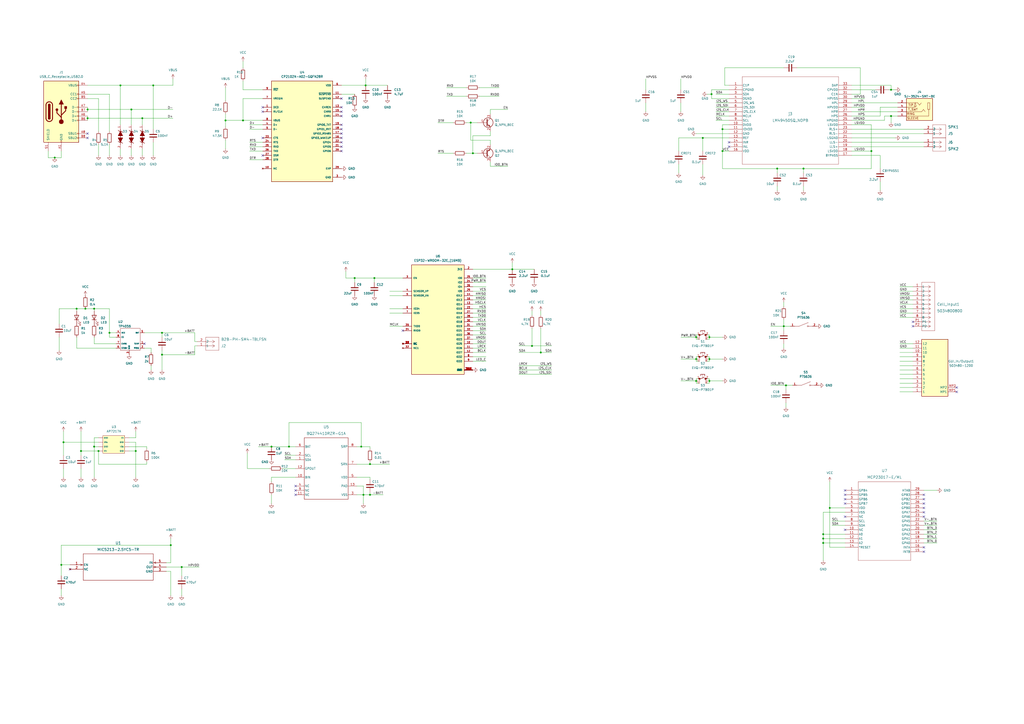
<source format=kicad_sch>
(kicad_sch (version 20211123) (generator eeschema)
  (paper "A2")
  (junction (at 412.75 54.61))
  (junction (at 454.66 189.23))
  (junction (at 93.98 193.04))
  (junction (at 403.86 195.58))
  (junction (at 308.61 200.66))
  (junction (at 140.97 69.85))
  (junction (at 50.8 63.5))
  (junction (at 76.2 63.5))
  (junction (at 105.41 328.93))
  (junction (at 167.64 259.08))
  (junction (at 313.69 204.47))
  (junction (at 505.46 87.63))
  (junction (at 157.48 259.08))
  (junction (at 403.86 220.98))
  (junction (at 99.06 316.23))
  (junction (at 403.86 208.28))
  (junction (at 35.56 327.66))
  (junction (at 477.52 309.88))
  (junction (at 210.82 287.02))
  (junction (at 411.48 220.98))
  (junction (at 57.15 261.62))
  (junction (at 82.55 68.58))
  (junction (at 274.32 88.9))
  (junction (at 214.63 269.24))
  (junction (at 297.18 156.21))
  (junction (at 466.09 97.79))
  (junction (at 481.33 294.64))
  (junction (at 69.85 49.53))
  (junction (at 477.52 314.96))
  (junction (at 78.74 261.62))
  (junction (at 217.17 161.29))
  (junction (at 411.48 195.58))
  (junction (at 50.8 68.58))
  (junction (at 411.48 208.28))
  (junction (at 46.99 261.62))
  (junction (at 63.5 193.04))
  (junction (at 516.89 52.07))
  (junction (at 212.09 49.53))
  (junction (at 214.63 287.02))
  (junction (at 205.74 161.29))
  (junction (at 419.1 87.63))
  (junction (at 31.75 91.44))
  (junction (at 130.81 69.85))
  (junction (at 49.53 179.07))
  (junction (at 93.98 205.74))
  (junction (at 209.55 259.08))
  (junction (at 407.67 80.01))
  (junction (at 273.05 71.12))
  (junction (at 36.83 256.54))
  (junction (at 44.45 179.07))
  (junction (at 54.61 259.08))
  (junction (at 477.52 312.42))
  (junction (at 54.61 179.07))
  (junction (at 516.89 67.31))
  (junction (at 455.93 223.52))
  (junction (at 88.9 49.53))
  (junction (at 450.85 97.79))
  (junction (at 419.1 74.93))
  (no_connect (at 198.12 57.15))
  (no_connect (at 490.22 299.72))
  (no_connect (at 529.59 189.23))
  (no_connect (at 529.59 186.69))
  (no_connect (at 198.12 64.77))
  (no_connect (at 198.12 80.01))
  (no_connect (at 152.4 62.23))
  (no_connect (at 198.12 82.55))
  (no_connect (at 422.91 85.09))
  (no_connect (at 422.91 82.55))
  (no_connect (at 554.99 224.79))
  (no_connect (at 554.99 227.33))
  (no_connect (at 152.4 80.01))
  (no_connect (at 198.12 67.31))
  (no_connect (at 152.4 64.77))
  (no_connect (at 198.12 72.39))
  (no_connect (at 50.8 77.47))
  (no_connect (at 50.8 80.01))
  (no_connect (at 198.12 62.23))
  (no_connect (at 40.64 330.2))
  (no_connect (at 198.12 85.09))
  (no_connect (at 233.68 191.77))
  (no_connect (at 83.82 199.39))
  (no_connect (at 171.45 287.02))
  (no_connect (at 171.45 284.48))
  (no_connect (at 171.45 281.94))
  (no_connect (at 198.12 87.63))
  (no_connect (at 198.12 74.93))
  (no_connect (at 198.12 77.47))
  (no_connect (at 152.4 90.17))
  (no_connect (at 535.94 317.5))
  (no_connect (at 535.94 320.04))
  (no_connect (at 535.94 297.18))
  (no_connect (at 535.94 294.64))
  (no_connect (at 535.94 299.72))
  (no_connect (at 535.94 292.1))
  (no_connect (at 535.94 289.56))
  (no_connect (at 490.22 307.34))
  (no_connect (at 535.94 287.02))
  (no_connect (at 490.22 292.1))
  (no_connect (at 490.22 287.02))
  (no_connect (at 490.22 289.56))
  (no_connect (at 490.22 284.48))
  (wire (pts (xy 69.85 49.53) (xy 69.85 72.39)))
  (wire (pts (xy 274.32 204.47) (xy 281.94 204.47)))
  (wire (pts (xy 130.81 50.8) (xy 130.81 58.42)))
  (wire (pts (xy 273.05 71.12) (xy 276.86 71.12)))
  (wire (pts (xy 217.17 161.29) (xy 233.68 161.29)))
  (wire (pts (xy 420.37 49.53) (xy 420.37 39.37)))
  (wire (pts (xy 419.1 220.98) (xy 411.48 220.98)))
  (wire (pts (xy 214.63 259.08) (xy 209.55 259.08)))
  (wire (pts (xy 394.97 208.28) (xy 403.86 208.28)))
  (wire (pts (xy 450.85 97.79) (xy 419.1 97.79)))
  (wire (pts (xy 403.86 220.98) (xy 403.86 222.25)))
  (wire (pts (xy 93.98 205.74) (xy 93.98 214.63)))
  (wire (pts (xy 87.63 201.93) (xy 87.63 204.47)))
  (wire (pts (xy 455.93 223.52) (xy 459.74 223.52)))
  (wire (pts (xy 422.91 59.69) (xy 415.29 59.69)))
  (wire (pts (xy 494.03 59.69) (xy 520.7 59.69)))
  (wire (pts (xy 36.83 250.19) (xy 36.83 256.54)))
  (wire (pts (xy 212.09 49.53) (xy 224.79 49.53)))
  (wire (pts (xy 521.97 168.91) (xy 529.59 168.91)))
  (wire (pts (xy 214.63 276.86) (xy 214.63 278.13)))
  (wire (pts (xy 411.48 209.55) (xy 410.21 209.55)))
  (wire (pts (xy 543.56 309.88) (xy 535.94 309.88)))
  (wire (pts (xy 410.21 219.71) (xy 411.48 219.71)))
  (wire (pts (xy 274.32 189.23) (xy 281.94 189.23)))
  (wire (pts (xy 157.48 279.4) (xy 157.48 276.86)))
  (wire (pts (xy 454.66 201.93) (xy 454.66 199.39)))
  (wire (pts (xy 477.52 312.42) (xy 477.52 314.96)))
  (wire (pts (xy 477.52 314.96) (xy 490.22 314.96)))
  (wire (pts (xy 521.97 171.45) (xy 529.59 171.45)))
  (wire (pts (xy 50.8 63.5) (xy 76.2 63.5)))
  (wire (pts (xy 88.9 49.53) (xy 88.9 74.93)))
  (wire (pts (xy 50.8 68.58) (xy 50.8 69.85)))
  (wire (pts (xy 233.68 171.45) (xy 226.06 171.45)))
  (wire (pts (xy 254 71.12) (xy 262.89 71.12)))
  (wire (pts (xy 543.56 304.8) (xy 535.94 304.8)))
  (wire (pts (xy 76.2 90.17) (xy 76.2 86.36)))
  (wire (pts (xy 130.81 81.28) (xy 130.81 86.36)))
  (wire (pts (xy 450.85 97.79) (xy 450.85 100.33)))
  (wire (pts (xy 78.74 261.62) (xy 78.74 276.86)))
  (wire (pts (xy 516.89 67.31) (xy 513.08 67.31)))
  (wire (pts (xy 50.8 63.5) (xy 50.8 64.77)))
  (wire (pts (xy 254 88.9) (xy 262.89 88.9)))
  (wire (pts (xy 210.82 281.94) (xy 207.01 281.94)))
  (wire (pts (xy 422.91 54.61) (xy 415.29 54.61)))
  (wire (pts (xy 233.68 168.91) (xy 226.06 168.91)))
  (wire (pts (xy 410.21 54.61) (xy 412.75 54.61)))
  (wire (pts (xy 543.56 312.42) (xy 535.94 312.42)))
  (wire (pts (xy 422.91 57.15) (xy 412.75 57.15)))
  (wire (pts (xy 521.97 179.07) (xy 529.59 179.07)))
  (wire (pts (xy 477.52 312.42) (xy 490.22 312.42)))
  (wire (pts (xy 281.94 201.93) (xy 274.32 201.93)))
  (wire (pts (xy 74.93 256.54) (xy 78.74 256.54)))
  (wire (pts (xy 274.32 156.21) (xy 297.18 156.21)))
  (wire (pts (xy 521.97 184.15) (xy 529.59 184.15)))
  (wire (pts (xy 210.82 292.1) (xy 210.82 287.02)))
  (wire (pts (xy 140.97 46.99) (xy 140.97 52.07)))
  (wire (pts (xy 78.74 256.54) (xy 78.74 261.62)))
  (wire (pts (xy 412.75 52.07) (xy 422.91 52.07)))
  (wire (pts (xy 36.83 256.54) (xy 36.83 264.16)))
  (wire (pts (xy 100.33 49.53) (xy 100.33 45.72)))
  (wire (pts (xy 54.61 254) (xy 54.61 259.08)))
  (wire (pts (xy 57.15 269.24) (xy 57.15 261.62)))
  (wire (pts (xy 54.61 195.58) (xy 54.61 199.39)))
  (wire (pts (xy 516.89 52.07) (xy 519.43 52.07)))
  (wire (pts (xy 205.74 161.29) (xy 200.66 161.29)))
  (wire (pts (xy 82.55 90.17) (xy 82.55 86.36)))
  (wire (pts (xy 157.48 276.86) (xy 171.45 276.86)))
  (wire (pts (xy 207.01 276.86) (xy 214.63 276.86)))
  (wire (pts (xy 477.52 297.18) (xy 490.22 297.18)))
  (wire (pts (xy 454.66 189.23) (xy 447.04 189.23)))
  (wire (pts (xy 83.82 201.93) (xy 87.63 201.93)))
  (wire (pts (xy 44.45 179.07) (xy 44.45 180.34)))
  (wire (pts (xy 454.66 185.42) (xy 454.66 189.23)))
  (wire (pts (xy 63.5 54.61) (xy 63.5 76.2)))
  (wire (pts (xy 466.09 107.95) (xy 466.09 110.49)))
  (wire (pts (xy 140.97 69.85) (xy 152.4 69.85)))
  (wire (pts (xy 140.97 52.07) (xy 152.4 52.07)))
  (wire (pts (xy 494.03 87.63) (xy 505.46 87.63)))
  (wire (pts (xy 130.81 66.04) (xy 130.81 69.85)))
  (wire (pts (xy 152.4 57.15) (xy 140.97 57.15)))
  (wire (pts (xy 105.41 328.93) (xy 105.41 334.01)))
  (wire (pts (xy 501.65 62.23) (xy 494.03 62.23)))
  (wire (pts (xy 419.1 208.28) (xy 411.48 208.28)))
  (wire (pts (xy 494.03 74.93) (xy 535.94 74.93)))
  (wire (pts (xy 419.1 97.79) (xy 419.1 87.63)))
  (wire (pts (xy 419.1 195.58) (xy 411.48 195.58)))
  (wire (pts (xy 403.86 219.71) (xy 403.86 220.98)))
  (wire (pts (xy 82.55 68.58) (xy 100.33 68.58)))
  (wire (pts (xy 422.91 64.77) (xy 415.29 64.77)))
  (wire (pts (xy 407.67 95.25) (xy 407.67 101.6)))
  (wire (pts (xy 171.45 271.78) (xy 163.83 271.78)))
  (wire (pts (xy 477.52 297.18) (xy 477.52 309.88)))
  (wire (pts (xy 50.8 54.61) (xy 63.5 54.61)))
  (wire (pts (xy 274.32 78.74) (xy 274.32 88.9)))
  (wire (pts (xy 313.69 204.47) (xy 320.04 204.47)))
  (wire (pts (xy 274.32 179.07) (xy 281.94 179.07)))
  (wire (pts (xy 394.97 45.72) (xy 394.97 52.07)))
  (wire (pts (xy 313.69 190.5) (xy 313.69 204.47)))
  (wire (pts (xy 274.32 168.91) (xy 281.94 168.91)))
  (wire (pts (xy 394.97 195.58) (xy 403.86 195.58)))
  (wire (pts (xy 281.94 209.55) (xy 274.32 209.55)))
  (wire (pts (xy 274.32 173.99) (xy 281.94 173.99)))
  (wire (pts (xy 422.91 49.53) (xy 420.37 49.53)))
  (wire (pts (xy 93.98 205.74) (xy 113.03 205.74)))
  (wire (pts (xy 455.93 223.52) (xy 447.04 223.52)))
  (wire (pts (xy 278.13 50.8) (xy 289.56 50.8)))
  (wire (pts (xy 113.03 200.66) (xy 114.3 200.66)))
  (wire (pts (xy 412.75 57.15) (xy 412.75 54.61)))
  (wire (pts (xy 297.18 156.21) (xy 309.88 156.21)))
  (wire (pts (xy 513.08 67.31) (xy 513.08 69.85)))
  (wire (pts (xy 50.8 49.53) (xy 69.85 49.53)))
  (wire (pts (xy 466.09 97.79) (xy 450.85 97.79)))
  (wire (pts (xy 96.52 326.39) (xy 99.06 326.39)))
  (wire (pts (xy 63.5 195.58) (xy 63.5 193.04)))
  (wire (pts (xy 521.97 166.37) (xy 529.59 166.37)))
  (wire (pts (xy 494.03 85.09) (xy 535.94 85.09)))
  (wire (pts (xy 113.03 205.74) (xy 113.03 200.66)))
  (wire (pts (xy 74.93 261.62) (xy 78.74 261.62)))
  (wire (pts (xy 515.62 52.07) (xy 516.89 52.07)))
  (wire (pts (xy 46.99 261.62) (xy 57.15 261.62)))
  (wire (pts (xy 466.09 97.79) (xy 466.09 100.33)))
  (wire (pts (xy 494.03 64.77) (xy 520.7 64.77)))
  (wire (pts (xy 259.08 55.88) (xy 270.51 55.88)))
  (wire (pts (xy 477.52 309.88) (xy 490.22 309.88)))
  (wire (pts (xy 273.05 81.28) (xy 273.05 71.12)))
  (wire (pts (xy 274.32 171.45) (xy 281.94 171.45)))
  (wire (pts (xy 481.33 317.5) (xy 490.22 317.5)))
  (wire (pts (xy 520.7 62.23) (xy 510.54 62.23)))
  (wire (pts (xy 516.89 49.53) (xy 516.89 52.07)))
  (wire (pts (xy 300.99 204.47) (xy 313.69 204.47)))
  (wire (pts (xy 313.69 180.34) (xy 313.69 182.88)))
  (wire (pts (xy 494.03 77.47) (xy 535.94 77.47)))
  (wire (pts (xy 140.97 39.37) (xy 140.97 35.56)))
  (wire (pts (xy 510.54 62.23) (xy 510.54 67.31)))
  (wire (pts (xy 57.15 57.15) (xy 57.15 76.2)))
  (wire (pts (xy 278.13 55.88) (xy 289.56 55.88)))
  (wire (pts (xy 535.94 284.48) (xy 543.56 284.48)))
  (wire (pts (xy 499.11 54.61) (xy 494.03 54.61)))
  (wire (pts (xy 455.93 236.22) (xy 455.93 233.68)))
  (wire (pts (xy 519.43 80.01) (xy 494.03 80.01)))
  (wire (pts (xy 481.33 317.5) (xy 481.33 294.64)))
  (wire (pts (xy 284.48 63.5) (xy 294.64 63.5)))
  (wire (pts (xy 210.82 287.02) (xy 214.63 287.02)))
  (wire (pts (xy 412.75 54.61) (xy 412.75 52.07)))
  (wire (pts (xy 200.66 161.29) (xy 200.66 157.48)))
  (wire (pts (xy 403.86 196.85) (xy 405.13 196.85)))
  (wire (pts (xy 284.48 81.28) (xy 273.05 81.28)))
  (wire (pts (xy 407.67 80.01) (xy 393.7 80.01)))
  (wire (pts (xy 46.99 250.19) (xy 46.99 261.62)))
  (wire (pts (xy 209.55 259.08) (xy 207.01 259.08)))
  (wire (pts (xy 411.48 196.85) (xy 410.21 196.85)))
  (wire (pts (xy 521.97 224.79) (xy 529.59 224.79)))
  (wire (pts (xy 405.13 207.01) (xy 403.86 207.01)))
  (wire (pts (xy 34.29 179.07) (xy 34.29 187.96)))
  (wire (pts (xy 454.66 175.26) (xy 454.66 177.8)))
  (wire (pts (xy 521.97 219.71) (xy 529.59 219.71)))
  (wire (pts (xy 49.53 179.07) (xy 44.45 179.07)))
  (wire (pts (xy 455.93 226.06) (xy 455.93 223.52)))
  (wire (pts (xy 405.13 194.31) (xy 403.86 194.31)))
  (wire (pts (xy 281.94 207.01) (xy 274.32 207.01)))
  (wire (pts (xy 50.8 57.15) (xy 57.15 57.15)))
  (wire (pts (xy 165.1 264.16) (xy 171.45 264.16)))
  (wire (pts (xy 217.17 161.29) (xy 205.74 161.29)))
  (wire (pts (xy 422.91 67.31) (xy 415.29 67.31)))
  (wire (pts (xy 149.86 259.08) (xy 157.48 259.08)))
  (wire (pts (xy 281.94 166.37) (xy 274.32 166.37)))
  (wire (pts (xy 505.46 97.79) (xy 466.09 97.79)))
  (wire (pts (xy 130.81 69.85) (xy 130.81 73.66)))
  (wire (pts (xy 411.48 194.31) (xy 411.48 195.58)))
  (wire (pts (xy 505.46 87.63) (xy 505.46 97.79)))
  (wire (pts (xy 284.48 78.74) (xy 274.32 78.74)))
  (wire (pts (xy 54.61 179.07) (xy 49.53 179.07)))
  (wire (pts (xy 113.03 198.12) (xy 114.3 198.12)))
  (wire (pts (xy 63.5 83.82) (xy 63.5 90.17)))
  (wire (pts (xy 54.61 179.07) (xy 63.5 179.07)))
  (wire (pts (xy 217.17 161.29) (xy 217.17 163.83)))
  (wire (pts (xy 419.1 74.93) (xy 422.91 74.93)))
  (wire (pts (xy 233.68 179.07) (xy 226.06 179.07)))
  (wire (pts (xy 410.21 207.01) (xy 411.48 207.01)))
  (wire (pts (xy 35.56 91.44) (xy 35.56 87.63)))
  (wire (pts (xy 93.98 193.04) (xy 93.98 195.58)))
  (wire (pts (xy 481.33 294.64) (xy 481.33 279.4)))
  (wire (pts (xy 167.64 259.08) (xy 167.64 245.11)))
  (wire (pts (xy 494.03 72.39) (xy 505.46 72.39)))
  (wire (pts (xy 205.74 161.29) (xy 205.74 163.83)))
  (wire (pts (xy 521.97 199.39) (xy 529.59 199.39)))
  (wire (pts (xy 63.5 193.04) (xy 63.5 179.07)))
  (wire (pts (xy 83.82 193.04) (xy 93.98 193.04)))
  (wire (pts (xy 411.48 195.58) (xy 411.48 196.85)))
  (wire (pts (xy 93.98 203.2) (xy 93.98 205.74)))
  (wire (pts (xy 88.9 90.17) (xy 88.9 82.55)))
  (wire (pts (xy 157.48 259.08) (xy 167.64 259.08)))
  (wire (pts (xy 481.33 294.64) (xy 490.22 294.64)))
  (wire (pts (xy 63.5 193.04) (xy 67.31 193.04)))
  (wire (pts (xy 85.09 267.97) (xy 85.09 269.24)))
  (wire (pts (xy 422.91 77.47) (xy 403.86 77.47)))
  (wire (pts (xy 207.01 287.02) (xy 210.82 287.02)))
  (wire (pts (xy 494.03 69.85) (xy 513.08 69.85)))
  (wire (pts (xy 394.97 220.98) (xy 403.86 220.98)))
  (wire (pts (xy 44.45 195.58) (xy 44.45 201.93)))
  (wire (pts (xy 76.2 63.5) (xy 76.2 72.39)))
  (wire (pts (xy 27.94 87.63) (xy 27.94 91.44)))
  (wire (pts (xy 405.13 219.71) (xy 403.86 219.71)))
  (wire (pts (xy 54.61 259.08) (xy 57.15 259.08)))
  (wire (pts (xy 82.55 68.58) (xy 82.55 72.39)))
  (wire (pts (xy 152.4 85.09) (xy 144.78 85.09)))
  (wire (pts (xy 152.4 74.93) (xy 144.78 74.93)))
  (wire (pts (xy 410.21 194.31) (xy 411.48 194.31)))
  (wire (pts (xy 393.7 95.25) (xy 393.7 100.33)))
  (wire (pts (xy 521.97 214.63) (xy 529.59 214.63)))
  (wire (pts (xy 281.94 194.31) (xy 274.32 194.31)))
  (wire (pts (xy 198.12 49.53) (xy 212.09 49.53)))
  (wire (pts (xy 205.74 54.61) (xy 198.12 54.61)))
  (wire (pts (xy 281.94 161.29) (xy 274.32 161.29)))
  (wire (pts (xy 521.97 212.09) (xy 529.59 212.09)))
  (wire (pts (xy 521.97 201.93) (xy 529.59 201.93)))
  (wire (pts (xy 57.15 83.82) (xy 57.15 90.17)))
  (wire (pts (xy 270.51 88.9) (xy 274.32 88.9)))
  (wire (pts (xy 543.56 307.34) (xy 535.94 307.34)))
  (wire (pts (xy 88.9 49.53) (xy 100.33 49.53)))
  (wire (pts (xy 394.97 59.69) (xy 394.97 64.77)))
  (wire (pts (xy 274.32 186.69) (xy 281.94 186.69)))
  (wire (pts (xy 281.94 199.39) (xy 274.32 199.39)))
  (wire (pts (xy 521.97 176.53) (xy 529.59 176.53)))
  (wire (pts (xy 105.41 328.93) (xy 115.57 328.93)))
  (wire (pts (xy 300.99 200.66) (xy 308.61 200.66)))
  (wire (pts (xy 85.09 259.08) (xy 74.93 259.08)))
  (wire (pts (xy 308.61 190.5) (xy 308.61 200.66)))
  (wire (pts (xy 274.32 196.85) (xy 281.94 196.85)))
  (wire (pts (xy 281.94 191.77) (xy 274.32 191.77)))
  (wire (pts (xy 516.89 71.12) (xy 516.89 67.31)))
  (wire (pts (xy 214.63 287.02) (xy 214.63 285.75)))
  (wire (pts (xy 374.65 45.72) (xy 374.65 52.07)))
  (wire (pts (xy 274.32 176.53) (xy 281.94 176.53)))
  (wire (pts (xy 422.91 69.85) (xy 415.29 69.85)))
  (wire (pts (xy 87.63 212.09) (xy 87.63 214.63)))
  (wire (pts (xy 411.48 207.01) (xy 411.48 208.28)))
  (wire (pts (xy 259.08 50.8) (xy 270.51 50.8)))
  (wire (pts (xy 35.56 327.66) (xy 40.64 327.66)))
  (wire (pts (xy 212.09 45.72) (xy 212.09 49.53)))
  (wire (pts (xy 74.93 254) (xy 78.74 254)))
  (wire (pts (xy 140.97 57.15) (xy 140.97 69.85)))
  (wire (pts (xy 214.63 269.24) (xy 207.01 269.24)))
  (wire (pts (xy 156.21 271.78) (xy 143.51 271.78)))
  (wire (pts (xy 209.55 245.11) (xy 209.55 259.08)))
  (wire (pts (xy 284.48 66.04) (xy 284.48 63.5)))
  (wire (pts (xy 105.41 341.63) (xy 105.41 345.44)))
  (wire (pts (xy 152.4 92.71) (xy 144.78 92.71)))
  (wire (pts (xy 520.7 67.31) (xy 516.89 67.31)))
  (wire (pts (xy 35.56 316.23) (xy 35.56 327.66)))
  (wire (pts (xy 297.18 152.4) (xy 297.18 156.21)))
  (wire (pts (xy 462.28 39.37) (xy 499.11 39.37)))
  (wire (pts (xy 477.52 314.96) (xy 477.52 325.12)))
  (wire (pts (xy 521.97 217.17) (xy 529.59 217.17)))
  (wire (pts (xy 454.66 189.23) (xy 458.47 189.23)))
  (wire (pts (xy 422.91 72.39) (xy 419.1 72.39)))
  (wire (pts (xy 27.94 91.44) (xy 31.75 91.44)))
  (wire (pts (xy 521.97 207.01) (xy 529.59 207.01)))
  (wire (pts (xy 50.8 67.31) (xy 50.8 68.58)))
  (wire (pts (xy 521.97 227.33) (xy 529.59 227.33)))
  (wire (pts (xy 35.56 327.66) (xy 35.56 334.01)))
  (wire (pts (xy 403.86 222.25) (xy 405.13 222.25)))
  (wire (pts (xy 99.06 331.47) (xy 99.06 345.44)))
  (wire (pts (xy 419.1 72.39) (xy 419.1 74.93)))
  (wire (pts (xy 494.03 67.31) (xy 510.54 67.31)))
  (wire (pts (xy 403.86 195.58) (xy 403.86 196.85)))
  (wire (pts (xy 274.32 184.15) (xy 281.94 184.15)))
  (wire (pts (xy 521.97 209.55) (xy 529.59 209.55)))
  (wire (pts (xy 54.61 179.07) (xy 54.61 180.34)))
  (wire (pts (xy 284.48 76.2) (xy 284.48 78.74)))
  (wire (pts (xy 284.48 83.82) (xy 284.48 81.28)))
  (wire (pts (xy 69.85 49.53) (xy 88.9 49.53)))
  (wire (pts (xy 403.86 207.01) (xy 403.86 208.28)))
  (wire (pts (xy 505.46 72.39) (xy 505.46 87.63)))
  (wire (pts (xy 57.15 254) (xy 54.61 254)))
  (wire (pts (xy 67.31 195.58) (xy 63.5 195.58)))
  (wire (pts (xy 499.11 39.37) (xy 499.11 54.61)))
  (wire (pts (xy 85.09 269.24) (xy 57.15 269.24)))
  (wire (pts (xy 308.61 180.34) (xy 308.61 182.88)))
  (wire (pts (xy 407.67 80.01) (xy 407.67 87.63)))
  (wire (pts (xy 46.99 276.86) (xy 46.99 271.78)))
  (wire (pts (xy 501.65 57.15) (xy 494.03 57.15)))
  (wire (pts (xy 308.61 200.66) (xy 320.04 200.66)))
  (wire (pts (xy 284.48 93.98) (xy 284.48 96.52)))
  (wire (pts (xy 422.91 62.23) (xy 415.29 62.23)))
  (wire (pts (xy 494.03 90.17) (xy 510.54 90.17)))
  (wire (pts (xy 300.99 217.17) (xy 320.04 217.17)))
  (wire (pts (xy 96.52 331.47) (xy 99.06 331.47)))
  (wire (pts (xy 35.56 341.63) (xy 35.56 345.44)))
  (wire (pts (xy 96.52 328.93) (xy 105.41 328.93)))
  (wire (pts (xy 510.54 90.17) (xy 510.54 97.79)))
  (wire (pts (xy 99.06 312.42) (xy 99.06 316.23)))
  (wire (pts (xy 494.03 49.53) (xy 516.89 49.53)))
  (wire (pts (xy 454.66 191.77) (xy 454.66 189.23)))
  (wire (pts (xy 165.1 266.7) (xy 171.45 266.7)))
  (wire (pts (xy 78.74 254) (xy 78.74 250.19)))
  (wire (pts (xy 152.4 87.63) (xy 144.78 87.63)))
  (wire (pts (xy 411.48 220.98) (xy 411.48 222.25)))
  (wire (pts (xy 54.61 259.08) (xy 54.61 276.86)))
  (wire (pts (xy 521.97 181.61) (xy 529.59 181.61)))
  (wire (pts (xy 494.03 82.55) (xy 535.94 82.55)))
  (wire (pts (xy 411.48 208.28) (xy 411.48 209.55)))
  (wire (pts (xy 422.91 80.01) (xy 407.67 80.01)))
  (wire (pts (xy 99.06 316.23) (xy 99.06 326.39)))
  (wire (pts (xy 274.32 88.9) (xy 276.86 88.9)))
  (wire (pts (xy 494.03 52.07) (xy 508 52.07)))
  (wire (pts (xy 167.64 245.11) (xy 209.55 245.11)))
  (wire (pts (xy 403.86 194.31) (xy 403.86 195.58)))
  (wire (pts (xy 477.52 309.88) (xy 477.52 312.42)))
  (wire (pts (xy 152.4 72.39) (xy 144.78 72.39)))
  (wire (pts (xy 50.8 62.23) (xy 50.8 63.5)))
  (wire (pts (xy 76.2 63.5) (xy 100.33 63.5)))
  (wire (pts (xy 419.1 87.63) (xy 422.91 87.63)))
  (wire (pts (xy 403.86 208.28) (xy 403.86 209.55)))
  (wire (pts (xy 490.22 304.8) (xy 482.6 304.8)))
  (wire (pts (xy 393.7 80.01) (xy 393.7 87.63)))
  (wire (pts (xy 214.63 259.08) (xy 214.63 260.35)))
  (wire (pts (xy 411.48 219.71) (xy 411.48 220.98)))
  (wire (pts (xy 300.99 214.63) (xy 320.04 214.63)))
  (wire (pts (xy 543.56 302.26) (xy 535.94 302.26)))
  (wire (pts (xy 543.56 314.96) (xy 535.94 314.96)))
  (wire (pts (xy 69.85 90.17) (xy 69.85 86.36)))
  (wire (pts (xy 419.1 74.93) (xy 419.1 87.63)))
  (wire (pts (xy 214.63 287.02) (xy 222.25 287.02)))
  (wire (pts (xy 510.54 105.41) (xy 510.54 110.49)))
  (wire (pts (xy 50.8 68.58) (xy 82.55 68.58)))
  (wire (pts (xy 46.99 264.16) (xy 46.99 261.62)))
  (wire (pts (xy 152.4 82.55) (xy 144.78 82.55)))
  (wire (pts (xy 274.32 181.61) (xy 281.94 181.61)))
  (wire (pts (xy 93.98 193.04) (xy 113.03 193.04)))
  (wire (pts (xy 35.56 316.23) (xy 99.06 316.23)))
  (wire (pts (xy 420.37 39.37) (xy 454.66 39.37)))
  (wire (pts (xy 214.63 267.97) (xy 214.63 269.24)))
  (wire (pts (xy 521.97 173.99) (xy 529.59 173.99)))
  (wire (pts (xy 210.82 281.94) (xy 210.82 287.02)))
  (wire (pts (xy 281.94 163.83) (xy 274.32 163.83)))
  (wire (pts (xy 54.61 199.39) (xy 67.31 199.39)))
  (wire (pts (xy 214.63 269.24) (xy 226.06 269.24)))
  (wire (pts (xy 143.51 271.78) (xy 143.51 262.89)))
  (wire (pts (xy 450.85 107.95) (xy 450.85 110.49)))
  (wire (pts (xy 521.97 204.47) (xy 529.59 204.47)))
  (wire (pts (xy 44.45 179.07) (xy 34.29 179.07)))
  (wire (pts (xy 85.09 260.35) (xy 85.09 259.08)))
  (wire (pts (xy 300.99 212.09) (xy 320.04 212.09)))
  (wire (pts (xy 36.83 256.54) (xy 57.15 256.54)))
  (wire (pts (xy 157.48 287.02) (xy 157.48 292.1)))
  (wire (pts (xy 171.45 259.08) (xy 167.64 259.08)))
  (wire (pts (xy 31.75 91.44) (xy 35.56 91.44)))
  (wire (pts (xy 374.65 59.69) (xy 374.65 64.77)))
  (wire (pts (xy 44.45 201.93) (xy 67.31 201.93)))
  (wire (pts (xy 411.48 222.25) (xy 410.21 222.25)))
  (wire (pts (xy 130.81 69.85) (xy 140.97 69.85)))
  (wire (pts (xy 490.22 302.26) (xy 482.6 302.26)))
  (wire (pts (xy 521.97 222.25) (xy 529.59 222.25)))
  (wire (pts (xy 270.51 71.12) (xy 273.05 71.12)))
  (wire (pts (xy 233.68 181.61) (xy 226.06 181.61)))
  (wire (pts (xy 284.48 96.52) (xy 294.64 96.52)))
  (wire (pts (xy 403.86 209.55) (xy 405.13 209.55)))
  (wire (pts (xy 34.29 195.58) (xy 34.29 203.2)))
  (wire (pts (xy 233.68 189.23) (xy 226.06 189.23)))
  (wire (pts (xy 36.83 276.86) (xy 36.83 271.78)))
  (wire (pts (xy 113.03 193.04) (xy 113.03 198.12)))
  (label "BCLK" (at 300.99 214.63 0))
  (label "TXD" (at 144.78 87.63 0))
  (label "LED_C" (at 281.94 209.55 180))
  (label "RTS" (at 254 88.9 0))
  (label "TXD" (at 259.08 55.88 0))
  (label "SDA" (at 320.04 204.47 180))
  (label "SDA" (at 415.29 54.61 0))
  (label "I2S_WS" (at 415.29 59.69 0))
  (label "HPVDD" (at 115.57 328.93 180))
  (label "VMOSI" (at 281.94 196.85 180))
  (label "IO0_BTN" (at 281.94 161.29 180))
  (label "HPVDD" (at 501.65 62.23 180))
  (label "TXD0" (at 289.56 50.8 180))
  (label "HPVSS" (at 501.65 57.15 180))
  (label "VCLK" (at 521.97 176.53 0))
  (label "HPVSS" (at 374.65 45.72 0))
  (label "HPVDD" (at 394.97 45.72 0))
  (label "DTR" (at 254 71.12 0))
  (label "V-_BTN" (at 543.56 302.26 180))
  (label "VCLK" (at 281.94 186.69 180))
  (label "SCL" (at 165.1 264.16 0))
  (label "PWR_BTN" (at 394.97 195.58 0))
  (label "I2S_SDI" (at 320.04 217.17 180))
  (label "BCLK" (at 281.94 204.47 180))
  (label "+BATT" (at 226.06 269.24 180))
  (label "D+" (at 100.33 68.58 180))
  (label "PWR_BTN" (at 281.94 163.83 180))
  (label "VCC" (at 521.97 166.37 0))
  (label "I2S_WS" (at 320.04 212.09 180))
  (label "SDA" (at 281.94 191.77 180))
  (label "HCS" (at 281.94 179.07 180))
  (label "VCS" (at 281.94 168.91 180))
  (label "VCC" (at 521.97 199.39 0))
  (label "MCLK" (at 226.06 189.23 0))
  (label "LSVDD" (at 501.65 72.39 180))
  (label "-BATT" (at 222.25 287.02 180))
  (label "+BATT" (at 113.03 193.04 180))
  (label "SDA" (at 300.99 204.47 0))
  (label "I2S_CLK" (at 320.04 214.63 180))
  (label "VMISO" (at 281.94 189.23 180))
  (label "EN" (at 447.04 189.23 0))
  (label "TXD0" (at 281.94 184.15 180))
  (label "HPL" (at 501.65 59.69 180))
  (label "-BATT" (at 113.03 205.74 180))
  (label "VMISO" (at 521.97 173.99 0))
  (label "EN" (at 294.64 63.5 180))
  (label "HMISO" (at 281.94 171.45 180))
  (label "V-_BTN" (at 394.97 220.98 0))
  (label "HMOSI" (at 281.94 173.99 180))
  (label "SCL" (at 482.6 302.26 0))
  (label "RXD0" (at 289.56 55.88 180))
  (label "BTN_1" (at 543.56 312.42 180))
  (label "SDA" (at 482.6 304.8 0))
  (label "HSCLK" (at 281.94 176.53 180))
  (label "I2S_SDI" (at 415.29 62.23 0))
  (label "IO0_BTN" (at 447.04 223.52 0))
  (label "SCL" (at 300.99 200.66 0))
  (label "VMOSI" (at 521.97 171.45 0))
  (label "RXD" (at 259.08 50.8 0))
  (label "HPR" (at 501.65 64.77 180))
  (label "+BATT" (at 149.86 259.08 0))
  (label "SDA" (at 165.1 266.7 0))
  (label "SCL" (at 415.29 69.85 0))
  (label "HPS" (at 501.65 67.31 180))
  (label "BTN_0" (at 543.56 314.96 180))
  (label "RXD" (at 144.78 85.09 0))
  (label "GND" (at 521.97 168.91 0))
  (label "GND" (at 521.97 181.61 0))
  (label "SCL" (at 320.04 200.66 180))
  (label "BTN_2" (at 543.56 309.88 180))
  (label "DTR" (at 144.78 92.71 0))
  (label "MCLK" (at 415.29 67.31 0))
  (label "D+" (at 144.78 72.39 0))
  (label "D-" (at 100.33 63.5 180))
  (label "SCL" (at 281.94 194.31 180))
  (label "VCC" (at 419.1 87.63 0))
  (label "I2S_CLK" (at 415.29 64.77 0))
  (label "D-" (at 144.78 74.93 0))
  (label "GND" (at 521.97 201.93 0))
  (label "V+_BTN" (at 394.97 208.28 0))
  (label "VCC" (at 521.97 184.15 0))
  (label "DOUT" (at 300.99 217.17 0))
  (label "DOUT" (at 281.94 199.39 180))
  (label "LRCK" (at 281.94 201.93 180))
  (label "LRCK" (at 300.99 212.09 0))
  (label "HPGND" (at 501.65 69.85 180))
  (label "IO0_BTN" (at 294.64 96.52 180))
  (label "LSVDD" (at 501.65 87.63 180))
  (label "VCS" (at 521.97 179.07 0))
  (label "BTN_3" (at 543.56 307.34 180))
  (label "RTS" (at 144.78 82.55 0))
  (label "RXD0" (at 281.94 181.61 180))
  (label "V+_BTN" (at 543.56 304.8 180))
  (symbol (lib_id "power:GND") (at 78.74 276.86 0) (unit 1)
    (property "Reference" "#PWR016" (effects hide))
    (property "Value" "GND" (at 78.74 281.94 0))
  )
  (symbol (lib_id "power:GND") (at 74.93 205.74 0) (unit 1)
    (property "Reference" "#PWR013" (effects hide))
    (property "Value" "GND" (at 74.93 210.82 0))
  )
  (symbol (lib_id "power:GND") (at 473.71 189.23 90) (unit 1)
    (property "Reference" "#PWR061" (effects hide))
    (property "Value" "GND" (at 477.52 189.2299 90) (effects (justify right)))
  )
  (symbol (lib_id "power:VCC") (at 140.97 35.56 0) (unit 1)
    (property "Reference" "#PWR027" (effects hide))
    (property "Value" "VCC" (at 140.97 30.48 0))
  )
  (symbol (lib_id "Device:R") (at 274.32 55.88 270) (unit 1)
    (property "Reference" "R18" (at 274.32 58.42 90))
    (property "Value" "10K" (at 274.32 60.96 90))
    (property "Footprint" "Resistor_SMD:R_0805_2012Metric" (effects hide))
  )
  (symbol (lib_id "Device:C") (at 217.17 167.64 180) (unit 1)
    (property "Reference" "C12" (at 218.44 165.1 0) (effects (justify right)))
    (property "Value" "100nF" (at 210.82 170.18 0) (effects (justify right)))
    (property "Footprint" "Capacitor_SMD:C_0805_2012Metric" (effects hide))
  )
  (symbol (lib_id "Device:C") (at 224.79 53.34 180) (unit 1)
    (property "Reference" "C13" (at 228.6 52.07 0) (effects (justify right)))
    (property "Value" "4.7uF" (at 228.6 54.61 0) (effects (justify right)))
    (property "Footprint" "Capacitor_SMD:C_0805_2012Metric" (effects hide))
  )
  (symbol (lib_id "power:VCC") (at 308.61 180.34 0) (unit 1)
    (property "Reference" "#PWR044" (effects hide))
    (property "Value" "VCC" (at 308.61 175.26 0))
  )
  (symbol (lib_id "Device:R") (at 160.02 271.78 270) (unit 1)
    (property "Reference" "R12" (at 165.1 270.51 90))
    (property "Value" "10K" (at 165.1 273.05 90))
    (property "Footprint" "Resistor_SMD:R_0805_2012Metric" (effects hide))
  )
  (symbol (lib_id "tp4056:TP4056") (at 62.23 190.5 0) (unit 1)
    (property "Reference" "U2" (at 69.85 186.69 0))
    (property "Value" "TP4056" (at 72.39 189.23 0))
    (property "Footprint" "Package_SO:SOP-8_3.9x4.9mm_P1.27mm" (effects hide))
  )
  (symbol (lib_id "power:GND") (at 69.85 90.17 0) (unit 1)
    (property "Reference" "#PWR012" (effects hide))
    (property "Value" "GND" (at 69.85 95.25 0))
  )
  (symbol (lib_id "power:GND") (at 76.2 90.17 0) (unit 1)
    (property "Reference" "#PWR014" (effects hide))
    (property "Value" "GND" (at 76.2 95.25 0))
  )
  (symbol (lib_id "Device:C") (at 407.67 91.44 180) (unit 1)
    (property "Reference" "CREF2" (at 408.94 88.9 0) (effects (justify right)))
    (property "Value" "0.1uF" (at 401.32 93.98 0) (effects (justify right)))
    (property "Footprint" "Capacitor_SMD:C_0805_2012Metric" (effects hide))
  )
  (symbol (lib_id "power:GND") (at 198.12 97.79 90) (unit 1)
    (property "Reference" "#PWR031" (effects hide))
    (property "Value" "GND" (at 201.93 97.7899 90) (effects (justify right)))
  )
  (symbol (lib_id "power:GND") (at 212.09 57.15 0) (unit 1)
    (property "Reference" "#PWR038" (effects hide))
    (property "Value" "GND" (at 212.09 62.23 0))
  )
  (symbol (lib_id "power:VCC") (at 212.09 45.72 0) (unit 1)
    (property "Reference" "#PWR037" (effects hide))
    (property "Value" "VCC" (at 212.09 40.64 0))
  )
  (symbol (lib_id "power:GND") (at 87.63 214.63 0) (unit 1)
    (property "Reference" "#PWR018" (effects hide))
    (property "Value" "GND" (at 87.63 219.71 0))
  )
  (symbol (lib_id "power:GND") (at 205.74 62.23 0) (unit 1)
    (property "Reference" "#PWR034" (effects hide))
    (property "Value" "GND" (at 205.74 67.31 0))
  )
  (symbol (lib_id "JST_B2B-PH-SM4-TB:B2B-PH-SM4-TBLFSN") (at 535.94 82.55 0) (unit 1)
    (property "Reference" "J6" (at 549.91 82.55 0) (effects (font (size 1.524 1.524)) (justify left)))
    (property "Value" "SPK2" (at 549.91 86.36 0) (effects (font (size 1.524 1.524)) (justify left)))
    (property "Footprint" "CONN_B2B-PH-SM4-TBLFSN_JST" (effects hide))
    (property "Datasheet" "B2B-PH-SM4-TBLFSN" (effects hide))
  )
  (symbol (lib_id "Device:C") (at 46.99 267.97 180) (unit 1)
    (property "Reference" "C4" (at 48.26 265.43 0) (effects (justify right)))
    (property "Value" "1uF" (at 49.53 267.97 0) (effects (justify right)))
    (property "Footprint" "Capacitor_SMD:C_0805_2012Metric" (effects hide))
  )
  (symbol (lib_id "power:GND") (at 519.43 52.07 90) (unit 1)
    (property "Reference" "#PWR067" (effects hide))
    (property "Value" "GND" (at 520.7 54.61 90))
  )
  (symbol (lib_id "power:GND") (at 474.98 223.52 90) (unit 1)
    (property "Reference" "#PWR062" (effects hide))
    (property "Value" "GND" (at 478.79 223.5199 90) (effects (justify right)))
  )
  (symbol (lib_id "AP7217A:AP7217A") (at 63.5 260.35 0) (unit 1)
    (property "Reference" "U3" (at 66.04 247.65 0))
    (property "Value" "AP7217A" (at 66.04 250.19 0))
    (property "Footprint" "AP7217A:SOIC127P600X175-8N" (effects hide))
  )
  (symbol (lib_id "power:GND") (at 410.21 54.61 270) (unit 1)
    (property "Reference" "#PWR052" (effects hide))
    (property "Value" "GND" (at 408.94 57.15 90))
  )
  (symbol (lib_id "power:GND") (at 88.9 90.17 0) (unit 1)
    (property "Reference" "#PWR019" (effects hide))
    (property "Value" "GND" (at 88.9 95.25 0))
  )
  (symbol (lib_id "Device:C") (at 309.88 160.02 180) (unit 1)
    (property "Reference" "C15" (at 313.69 157.48 0) (effects (justify right)))
    (property "Value" "0.1uF" (at 313.69 160.02 0) (effects (justify right)))
    (property "Footprint" "Capacitor_SMD:C_0805_2012Metric" (effects hide))
  )
  (symbol (lib_id "Device:LED") (at 54.61 184.15 90) (unit 1)
    (property "Reference" "D2" (at 58.42 184.4674 90) (effects (justify right)))
    (property "Value" "LED" (at 58.42 187.0074 90) (effects (justify right)))
    (property "Footprint" "LED_SMD:LED_0201_0603Metric_Pad0.64x0.40mm_HandSolder" (effects hide))
  )
  (symbol (lib_id "power:GND") (at 93.98 214.63 0) (unit 1)
    (property "Reference" "#PWR020" (effects hide))
    (property "Value" "GND" (at 93.98 219.71 0))
  )
  (symbol (lib_id "Device:R") (at 266.7 88.9 90) (unit 1)
    (property "Reference" "R16" (at 266.7 92.71 90))
    (property "Value" "10K" (at 266.7 95.25 90))
    (property "Footprint" "Resistor_SMD:R_0805_2012Metric" (effects hide))
  )
  (symbol (lib_id "power:VCC") (at 200.66 157.48 0) (unit 1)
    (property "Reference" "#PWR033" (effects hide))
    (property "Value" "VCC" (at 200.66 152.4 0))
  )
  (symbol (lib_id "Device:C") (at 511.81 52.07 270) (unit 1)
    (property "Reference" "CS4" (at 509.27 53.34 90) (effects (justify right)))
    (property "Value" "1uF" (at 509.27 55.88 90) (effects (justify right)))
    (property "Footprint" "Capacitor_SMD:C_0805_2012Metric" (effects hide))
  )
  (symbol (lib_id "EVQ-P7B01P:EVQ-P7B01P") (at 407.67 194.31 0) (unit 1)
    (property "Reference" "S1" (at 407.67 198.12 0))
    (property "Value" "EVQ-P7B01P" (at 407.67 200.66 0))
    (property "Footprint" "EVQ-P7B01P:EVQ-P7B01P" (effects hide))
    (property "DigiKey_Part_Number" "P16764TR-ND" (effects hide))
    (property "MF" "Panasonic Electronic Components" (effects hide))
    (property "Purchase-URL" "https://www.snapeda.com/api/url_track_click_mouser/?unipart_id=10869826&manufacturer=Panasonic Electronic Components&part_name=EVQ-P7B01P&search_term=None" (effects hide))
    (property "Package" "None" (effects hide))
    (property "SnapEDA_Link" "https://www.snapeda.com/parts/EVQ-P7B01P/Panasonic/view-part/?ref=snap" (effects hide))
    (property "MP" "EVQ-P7B01P" (effects hide))
    (property "Description" "\nTactile Switch SPST-NO Side Actuated Surface Mount, Right Angle\n" (effects hide))
    (property "Check_prices" "https://www.snapeda.com/parts/EVQ-P7B01P/Panasonic/view-part/?ref=eda" (effects hide))
  )
  (symbol (lib_id "Device:C") (at 205.74 167.64 180) (unit 1)
    (property "Reference" "C9" (at 207.01 165.1 0) (effects (justify right)))
    (property "Value" "22uF" (at 199.39 170.18 0) (effects (justify right)))
    (property "Footprint" "Capacitor_SMD:C_0805_2012Metric" (effects hide))
  )
  (symbol (lib_id "power:GND") (at 519.43 80.01 90) (unit 1)
    (property "Reference" "#PWR068" (effects hide))
    (property "Value" "GND" (at 523.24 80.0099 90) (effects (justify right)))
  )
  (symbol (lib_id "Device:C") (at 93.98 199.39 180) (unit 1)
    (property "Reference" "C6" (at 95.25 194.31 0) (effects (justify right)))
    (property "Value" "10uF" (at 95.25 196.85 0) (effects (justify right)))
    (property "Footprint" "Capacitor_SMD:C_0805_2012Metric" (effects hide))
  )
  (symbol (lib_id "BQ27441DRZR_G1A:BQ27441DRZR-G1A") (at 189.23 271.78 0) (unit 1)
    (property "Reference" "U5" (at 189.23 247.65 0) (effects (font (size 1.524 1.524))))
    (property "Value" "BQ27441DRZR-G1A" (at 189.23 251.46 0) (effects (font (size 1.524 1.524))))
    (property "Footprint" "Copy of DRZ0012A" (effects hide))
    (property "Datasheet" "BQ27441DRZR-G1A" (effects hide))
  )
  (symbol (lib_id "power:GND") (at 82.55 90.17 0) (unit 1)
    (property "Reference" "#PWR017" (effects hide))
    (property "Value" "GND" (at 82.55 95.25 0))
  )
  (symbol (lib_id "ul_5034800800:5034800800") (at 529.59 166.37 0) (unit 1)
    (property "Reference" "Cell_Input1" (at 543.56 176.53 0) (effects (font (size 1.524 1.524)) (justify left)))
    (property "Value" "5034800800" (at 543.56 180.34 0) (effects (font (size 1.524 1.524)) (justify left)))
    (property "Footprint" "ul_5034800800:ul_5034800800" (effects hide))
    (property "Datasheet" "5034800800" (effects hide))
  )
  (symbol (lib_id "power:GND") (at 510.54 110.49 0) (unit 1)
    (property "Reference" "#PWR065" (effects hide))
    (property "Value" "GND" (at 510.54 115.57 0))
  )
  (symbol (lib_id "power:VCC") (at 36.83 250.19 0) (unit 1)
    (property "Reference" "#PWR04" (effects hide))
    (property "Value" "VCC" (at 36.83 245.11 0))
  )
  (symbol (lib_id "Device:R") (at 54.61 191.77 0) (unit 1)
    (property "Reference" "R3" (at 57.15 190.4999 0) (effects (justify left)))
    (property "Value" "1k" (at 57.15 193.0399 0) (effects (justify left)))
    (property "Footprint" "Resistor_SMD:R_0805_2012Metric" (effects hide))
  )
  (symbol (lib_id "power:GND") (at 198.12 102.87 90) (unit 1)
    (property "Reference" "#PWR032" (effects hide))
    (property "Value" "GND" (at 201.93 102.8699 90) (effects (justify right)))
  )
  (symbol (lib_id "Device:C") (at 157.48 262.89 180) (unit 1)
    (property "Reference" "C8" (at 160.02 260.35 0) (effects (justify right)))
    (property "Value" "1uF" (at 160.02 262.89 0) (effects (justify right)))
    (property "Footprint" "Capacitor_SMD:C_0805_2012Metric" (effects hide))
  )
  (symbol (lib_id "power:GND") (at 210.82 292.1 0) (unit 1)
    (property "Reference" "#PWR036" (effects hide))
    (property "Value" "GND" (at 210.82 297.18 0))
  )
  (symbol (lib_id "PTS636_SM43J_SMTR_LFS:PTS636") (at 466.09 189.23 0) (unit 1)
    (property "Reference" "S4" (at 466.09 181.61 0))
    (property "Value" "PTS636" (at 466.09 184.15 0))
    (property "Footprint" "PTS636_SM43J_SMTR_LFS:SW_PTS636_SM43J_SMTR_LFS" (effects hide))
    (property "DigiKey_Part_Number" "CKN12317-2-ND" (effects hide))
    (property "MF" "C&K" (effects hide))
    (property "MAXIMUM_PACKAGE_HEIGHT" "4.3 mm" (effects hide))
    (property "Package" "None" (effects hide))
    (property "Check_prices" "https://www.snapeda.com/parts/PTS636%20SM43J%20SMTR%20LFS/C%2526K/view-part/?ref=eda" (effects hide))
    (property "STANDARD" "Manufacturer Recommendations" (effects hide))
    (property "PARTREV" "27 mar 19" (effects hide))
    (property "SnapEDA_Link" "https://www.snapeda.com/parts/PTS636%20SM43J%20SMTR%20LFS/C%2526K/view-part/?ref=snap" (effects hide))
    (property "MP" "PTS636 SM43J SMTR LFS" (effects hide))
    (property "Purchase-URL" "https://www.snapeda.com/api/url_track_click_mouser/?unipart_id=4478349&manufacturer=C&amp;K&part_name=PTS636 SM43J SMTR LFS&search_term=None" (effects hide))
    (property "Description" "\nTactile Switch SPST-NO Top Actuated Surface Mount\n" (effects hide))
    (property "MANUFACTURER" "C&K" (effects hide))
  )
  (symbol (lib_id "power:GND") (at 274.32 214.63 90) (unit 1)
    (property "Reference" "#PWR041" (effects hide))
    (property "Value" "GND" (at 278.13 214.6299 90) (effects (justify right)))
  )
  (symbol (lib_id "power:GND") (at 419.1 195.58 90) (unit 1)
    (property "Reference" "#PWR053" (effects hide))
    (property "Value" "GND" (at 422.91 195.5799 90) (effects (justify right)))
  )
  (symbol (lib_id "Device:C") (at 455.93 229.87 180) (unit 1)
    (property "Reference" "C18" (at 448.31 227.33 0) (effects (justify right)))
    (property "Value" "100nF" (at 447.04 229.87 0) (effects (justify right)))
    (property "Footprint" "Capacitor_SMD:C_0805_2012Metric" (effects hide))
  )
  (symbol (lib_id "Device:C") (at 458.47 39.37 270) (unit 1)
    (property "Reference" "C19" (at 461.01 33.02 90) (effects (justify right)))
    (property "Value" "2.2uF" (at 461.01 35.56 90) (effects (justify right)))
    (property "Footprint" "Capacitor_SMD:C_0805_2012Metric" (effects hide))
  )
  (symbol (lib_id "Device:R") (at 266.7 71.12 270) (unit 1)
    (property "Reference" "R15" (at 266.7 64.77 90))
    (property "Value" "10K" (at 266.7 67.31 90))
    (property "Footprint" "Resistor_SMD:R_0805_2012Metric" (effects hide))
  )
  (symbol (lib_id "power:GND") (at 297.18 163.83 0) (unit 1)
    (property "Reference" "#PWR043" (effects hide))
    (property "Value" "GND" (at 297.18 168.91 0))
  )
  (symbol (lib_id "PTS636_SM43J_SMTR_LFS:PTS636") (at 467.36 223.52 0) (unit 1)
    (property "Reference" "S5" (at 467.36 215.9 0))
    (property "Value" "PTS636" (at 467.36 218.44 0))
    (property "Footprint" "PTS636_SM43J_SMTR_LFS:SW_PTS636_SM43J_SMTR_LFS" (effects hide))
    (property "DigiKey_Part_Number" "CKN12317-2-ND" (effects hide))
    (property "MF" "C&K" (effects hide))
    (property "MAXIMUM_PACKAGE_HEIGHT" "4.3 mm" (effects hide))
    (property "Package" "None" (effects hide))
    (property "Check_prices" "https://www.snapeda.com/parts/PTS636%20SM43J%20SMTR%20LFS/C%2526K/view-part/?ref=eda" (effects hide))
    (property "STANDARD" "Manufacturer Recommendations" (effects hide))
    (property "PARTREV" "27 mar 19" (effects hide))
    (property "SnapEDA_Link" "https://www.snapeda.com/parts/PTS636%20SM43J%20SMTR%20LFS/C%2526K/view-part/?ref=snap" (effects hide))
    (property "MP" "PTS636 SM43J SMTR LFS" (effects hide))
    (property "Purchase-URL" "https://www.snapeda.com/api/url_track_click_mouser/?unipart_id=4478349&manufacturer=C&amp;K&part_name=PTS636 SM43J SMTR LFS&search_term=None" (effects hide))
    (property "Description" "\nTactile Switch SPST-NO Top Actuated Surface Mount\n" (effects hide))
    (property "MANUFACTURER" "C&K" (effects hide))
  )
  (symbol (lib_id "power:GND") (at 130.81 86.36 0) (unit 1)
    (property "Reference" "#PWR026" (effects hide))
    (property "Value" "GND" (at 130.81 91.44 0))
  )
  (symbol (lib_id "power:GND") (at 217.17 171.45 0) (unit 1)
    (property "Reference" "#PWR039" (effects hide))
    (property "Value" "GND" (at 217.17 176.53 0))
  )
  (symbol (lib_id "Device:C") (at 374.65 55.88 180) (unit 1)
    (property "Reference" "C16" (at 375.92 53.34 0) (effects (justify right)))
    (property "Value" "1uF" (at 368.3 58.42 0) (effects (justify right)))
    (property "Footprint" "Capacitor_SMD:C_0805_2012Metric" (effects hide))
  )
  (symbol (lib_id "Device:C") (at 36.83 267.97 180) (unit 1)
    (property "Reference" "C3" (at 38.1 265.43 0) (effects (justify right)))
    (property "Value" "10uF" (at 39.37 267.97 0) (effects (justify right)))
    (property "Footprint" "Capacitor_Tantalum_SMD:CP_EIA-2012-15_AVX-P" (effects hide))
  )
  (symbol (lib_id "JST_B2B-PH-SM4-TB:B2B-PH-SM4-TBLFSN") (at 114.3 200.66 0) (mirror x) (unit 1)
    (property "Reference" "J2" (at 128.27 200.66 0) (effects (font (size 1.524 1.524)) (justify left)))
    (property "Value" "B2B-PH-SM4-TBLFSN" (at 128.27 196.85 0) (effects (font (size 1.524 1.524)) (justify left)))
    (property "Footprint" "CONN_B2B-PH-SM4-TBLFSN_JST" (effects hide))
    (property "Datasheet" "B2B-PH-SM4-TBLFSN" (effects hide))
  )
  (symbol (lib_id "power:GND") (at 393.7 100.33 0) (unit 1)
    (property "Reference" "#PWR048" (effects hide))
    (property "Value" "GND" (at 393.7 105.41 0))
  )
  (symbol (lib_id "Device:R") (at 313.69 186.69 0) (unit 1)
    (property "Reference" "R20" (at 316.23 185.42 0) (effects (justify left)))
    (property "Value" "4.7K" (at 314.96 187.96 0) (effects (justify left)))
    (property "Footprint" "Resistor_SMD:R_0805_2012Metric" (effects hide))
  )
  (symbol (lib_id "Device:C") (at 394.97 55.88 180) (unit 1)
    (property "Reference" "CS1" (at 396.24 53.34 0) (effects (justify right)))
    (property "Value" "1uF" (at 388.62 58.42 0) (effects (justify right)))
    (property "Footprint" "Capacitor_SMD:C_0805_2012Metric" (effects hide))
  )
  (symbol (lib_id "Device:C") (at 88.9 78.74 180) (unit 1)
    (property "Reference" "C5" (at 90.17 76.2 0) (effects (justify right)))
    (property "Value" "100nF" (at 91.44 78.74 0) (effects (justify right)))
    (property "Footprint" "Capacitor_SMD:C_0805_2012Metric" (effects hide))
  )
  (symbol (lib_id "MCP23017_E_ML:MCP23017-E{slash}ML") (at 490.22 284.48 0) (unit 1)
    (property "Reference" "U7" (at 513.08 273.05 0) (effects (font (size 1.524 1.524))))
    (property "Value" "MCP23017-E/ML" (at 513.08 276.86 0) (effects (font (size 1.524 1.524))))
    (property "Footprint" "MCP23017_E_ML:QFN28_6x6MC_MCH" (effects hide))
    (property "Datasheet" "MCP23017-E/ML" (effects hide))
  )
  (symbol (lib_id "Device:C") (at 450.85 104.14 180) (unit 1)
    (property "Reference" "CS2" (at 452.12 101.6 0) (effects (justify right)))
    (property "Value" "10uF" (at 444.5 106.68 0) (effects (justify right)))
    (property "Footprint" "Capacitor_SMD:C_0805_2012Metric" (effects hide))
  )
  (symbol (lib_id "power:GND") (at 419.1 220.98 90) (unit 1)
    (property "Reference" "#PWR055" (effects hide))
    (property "Value" "GND" (at 422.91 220.9799 90) (effects (justify right)))
  )
  (symbol (lib_id "Device:R") (at 49.53 175.26 0) (unit 1)
    (property "Reference" "R2" (at 52.07 173.9899 0) (effects (justify left)))
    (property "Value" "0.4" (at 52.07 176.5299 0) (effects (justify left)))
    (property "Footprint" "Resistor_SMD:R_0805_2012Metric" (effects hide))
  )
  (symbol (lib_id "power:GND") (at 309.88 163.83 0) (unit 1)
    (property "Reference" "#PWR045" (effects hide))
    (property "Value" "GND" (at 309.88 168.91 0))
  )
  (symbol (lib_id "ESP32-WROOM-32E__16MB_:ESP32-WROOM-32E_(16MB)") (at 254 186.69 0) (unit 1)
    (property "Reference" "U6" (at 254 148.59 0))
    (property "Value" "ESP32-WROOM-32E_(16MB)" (at 254 151.13 0))
    (property "Footprint" "ESP32-WROOM-32E__16MB_:XCVR_ESP32-WROOM-32E_(16MB)" (effects hide))
    (property "SnapEDA_Link" "https://www.snapeda.com/parts/ESP32-WROOM-32E%20(16MB)/Espressif+Systems/view-part/?ref=snap" (effects hide))
    (property "MAXIMUM_PACKAGE_HEIGHT" "3.25mm" (effects hide))
    (property "Package" "SMD-44 Espressif Systems" (effects hide))
    (property "Check_prices" "https://www.snapeda.com/parts/ESP32-WROOM-32E%20(16MB)/Espressif+Systems/view-part/?ref=eda" (effects hide))
    (property "STANDARD" "Manufacturer Recommendations" (effects hide))
    (property "PARTREV" "1.4" (effects hide))
    (property "MF" "Espressif Systems" (effects hide))
    (property "MP" "ESP32-WROOM-32E (16MB)" (effects hide))
    (property "Description" "\nBluetooth, WiFi 802.11b/g/n, Bluetooth v4.2 +EDR, Class 1, 2 and 3 Transceiver Module 2.4GHz ~ 2.5GHz Integrated, Trace Surface Mount\n" (effects hide))
    (property "MANUFACTURER" "Espressif Systems" (effects hide))
  )
  (symbol (lib_id "power:VCC") (at 49.53 171.45 0) (unit 1)
    (property "Reference" "#PWR08" (effects hide))
    (property "Value" "VCC" (at 49.53 166.37 0))
  )
  (symbol (lib_id "LM49450SQ_NOPB:LM49450SQ_NOPB") (at 422.91 49.53 0) (unit 1)
    (property "Reference" "j3" (at 458.47 66.04 0) (effects (font (size 1.524 1.524))))
    (property "Value" "LM49450SQ_NOPB" (at 458.47 69.85 0) (effects (font (size 1.524 1.524))))
    (property "Footprint" "LM49450SQ_NOPB:SQA32A" (effects hide))
    (property "Datasheet" "LM49450SQ/NOPB" (effects hide))
  )
  (symbol (lib_id "power:VCC") (at 454.66 175.26 0) (unit 1)
    (property "Reference" "#PWR057" (effects hide))
    (property "Value" "VCC" (at 454.66 170.18 0))
  )
  (symbol (lib_id "power:+BATT") (at 99.06 312.42 0) (unit 1)
    (property "Reference" "#PWR021" (effects hide))
    (property "Value" "+BATT" (at 99.06 307.34 0))
  )
  (symbol (lib_id "power:GND") (at 477.52 325.12 0) (unit 1)
    (property "Reference" "#PWR063" (effects hide))
    (property "Value" "GND" (at 477.52 330.2 0))
  )
  (symbol (lib_id "power:GND") (at 35.56 345.44 0) (unit 1)
    (property "Reference" "#PWR03" (effects hide))
    (property "Value" "GND" (at 35.56 350.52 0))
  )
  (symbol (lib_id "power:VCC") (at 481.33 279.4 0) (unit 1)
    (property "Reference" "#PWR064" (effects hide))
    (property "Value" "VCC" (at 481.33 274.32 0))
  )
  (symbol (lib_id "Device:R") (at 44.45 191.77 0) (unit 1)
    (property "Reference" "R1" (at 46.99 190.4999 0) (effects (justify left)))
    (property "Value" "1k" (at 46.99 193.0399 0) (effects (justify left)))
    (property "Footprint" "Resistor_SMD:R_0805_2012Metric" (effects hide))
  )
  (symbol (lib_id "Device:R") (at 63.5 80.01 180) (unit 1)
    (property "Reference" "R5" (at 59.69 81.28 0) (effects (justify right)))
    (property "Value" "5.1K" (at 58.42 83.82 0) (effects (justify right)))
    (property "Footprint" "Resistor_SMD:R_0805_2012Metric" (effects hide))
  )
  (symbol (lib_id "Device:C") (at 35.56 337.82 180) (unit 1)
    (property "Reference" "C2" (at 36.83 335.28 0) (effects (justify right)))
    (property "Value" "470uF" (at 38.1 337.82 0) (effects (justify right)))
    (property "Footprint" "Capacitor_SMD:C_0805_2012Metric" (effects hide))
  )
  (symbol (lib_id "Connector:USB_C_Receptacle_USB2.0") (at 35.56 64.77 0) (unit 1)
    (property "Reference" "J1" (at 35.56 41.91 0))
    (property "Value" "USB_C_Receptacle_USB2.0" (at 35.56 44.45 0))
    (property "Footprint" "12402012E212A:12402012E212A_AMP" (effects hide))
    (property "Datasheet" "https://www.usb.org/sites/default/files/documents/usb_type-c.zip" (effects hide))
  )
  (symbol (lib_id "Device:R") (at 130.81 77.47 180) (unit 1)
    (property "Reference" "R9" (at 124.46 76.2 0) (effects (justify right)))
    (property "Value" "47.5K" (at 123.19 78.74 0) (effects (justify right)))
    (property "Footprint" "Resistor_SMD:R_0805_2012Metric" (effects hide))
  )
  (symbol (lib_id "power:GND") (at 157.48 266.7 0) (unit 1)
    (property "Reference" "#PWR029" (effects hide))
    (property "Value" "GND" (at 153.67 267.97 0))
  )
  (symbol (lib_id "power:GND") (at 516.89 71.12 0) (unit 1)
    (property "Reference" "#PWR066" (effects hide))
    (property "Value" "GND" (at 520.7 72.39 0))
  )
  (symbol (lib_id "power:GND") (at 407.67 101.6 0) (unit 1)
    (property "Reference" "#PWR051" (effects hide))
    (property "Value" "GND" (at 407.67 106.68 0))
  )
  (symbol (lib_id "503480-1200:503480-1200") (at 554.99 227.33 180) (unit 1)
    (property "Reference" "GUI_In/Output1" (at 557.53 209.55 0))
    (property "Value" "503480-1200" (at 557.53 212.09 0))
    (property "Footprint" "503480-1200:5034801200" (effects hide))
    (property "Reference_1" "J" (effects hide))
    (property "Value_1" "503480-1200" (effects hide))
    (property "Footprint_1" "5034801200" (effects hide))
    (property "Datasheet_1" "https://datasheet.datasheetarchive.com/originals/distributors/Datasheets_SAMA/65e35df525de5b425777c2b4324b65df.pdf" (effects hide))
    (property "Height" "1.3" (effects hide))
    (property "Mouser Part Number" "538-503480-1200" (effects hide))
    (property "Mouser Price/Stock" "https://www.mouser.co.uk/ProductDetail/Molex/503480-1200?qs=bodV9ulq6Gw8h%2FV8uzKDbQ%3D%3D" (effects hide))
    (property "Manufacturer_Name" "Molex" (effects hide))
    (property "Manufacturer_Part_Number" "503480-1200" (effects hide))
  )
  (symbol (lib_id "Device:C") (at 393.7 91.44 180) (unit 1)
    (property "Reference" "CREF1" (at 394.97 88.9 0) (effects (justify right)))
    (property "Value" "10uF" (at 387.35 93.98 0) (effects (justify right)))
    (property "Footprint" "Capacitor_SMD:C_0805_2012Metric" (effects hide))
  )
  (symbol (lib_id "Device:R") (at 454.66 181.61 0) (unit 1)
    (property "Reference" "R21" (at 449.58 180.34 0) (effects (justify left)))
    (property "Value" "10K" (at 448.31 182.88 0) (effects (justify left)))
    (property "Footprint" "Resistor_SMD:R_0805_2012Metric" (effects hide))
  )
  (symbol (lib_id "power:GND") (at 63.5 90.17 0) (unit 1)
    (property "Reference" "#PWR011" (effects hide))
    (property "Value" "GND" (at 63.5 95.25 0))
  )
  (symbol (lib_id "power:GND") (at 224.79 57.15 0) (unit 1)
    (property "Reference" "#PWR040" (effects hide))
    (property "Value" "GND" (at 224.79 62.23 0))
  )
  (symbol (lib_id "power:+BATT") (at 46.99 250.19 0) (unit 1)
    (property "Reference" "#PWR06" (effects hide))
    (property "Value" "+BATT" (at 46.99 245.11 0))
  )
  (symbol (lib_id "Device:LED") (at 44.45 184.15 90) (unit 1)
    (property "Reference" "D1" (at 48.26 184.4674 90) (effects (justify right)))
    (property "Value" "LED" (at 48.26 187.0074 90) (effects (justify right)))
    (property "Footprint" "LED_SMD:LED_0201_0603Metric_Pad0.64x0.40mm_HandSolder" (effects hide))
  )
  (symbol (lib_id "EVQ-P7B01P:EVQ-P7B01P") (at 407.67 219.71 0) (unit 1)
    (property "Reference" "S3" (at 407.67 223.52 0))
    (property "Value" "EVQ-P7B01P" (at 407.67 226.06 0))
    (property "Footprint" "EVQ-P7B01P:EVQ-P7B01P" (effects hide))
    (property "DigiKey_Part_Number" "P16764TR-ND" (effects hide))
    (property "MF" "Panasonic Electronic Components" (effects hide))
    (property "Purchase-URL" "https://www.snapeda.com/api/url_track_click_mouser/?unipart_id=10869826&manufacturer=Panasonic Electronic Components&part_name=EVQ-P7B01P&search_term=None" (effects hide))
    (property "Package" "None" (effects hide))
    (property "SnapEDA_Link" "https://www.snapeda.com/parts/EVQ-P7B01P/Panasonic/view-part/?ref=snap" (effects hide))
    (property "MP" "EVQ-P7B01P" (effects hide))
    (property "Description" "\nTactile Switch SPST-NO Side Actuated Surface Mount, Right Angle\n" (effects hide))
    (property "Check_prices" "https://www.snapeda.com/parts/EVQ-P7B01P/Panasonic/view-part/?ref=eda" (effects hide))
  )
  (symbol (lib_id "power:GND") (at 454.66 201.93 0) (unit 1)
    (property "Reference" "#PWR058" (effects hide))
    (property "Value" "GND" (at 454.66 207.01 0))
  )
  (symbol (lib_id "Device:Q_NPN_BEC") (at 281.94 88.9 0) (mirror x) (unit 1)
    (property "Reference" "Q2" (at 287.02 90.1701 0) (effects (justify left)))
    (property "Value" "Q_NPN_BEC" (at 287.02 87.6301 0) (effects (justify left)))
  )
  (symbol (lib_id "power:GND") (at 31.75 91.44 0) (unit 1)
    (property "Reference" "#PWR01" (effects hide))
    (property "Value" "GND" (at 31.75 96.52 0))
  )
  (symbol (lib_id "CP2102N-A02-GQFN28R:CP2102N-A02-GQFN28R") (at 175.26 74.93 0) (unit 1)
    (property "Reference" "U4" (at 175.26 41.91 0))
    (property "Value" "CP2102N-A02-GQFN28R" (at 175.26 44.45 0))
    (property "Footprint" "CP2102N-A02-GQFN28R:IC_CP2102N-A02-GQFN28R" (effects hide))
    (property "DigiKey_Part_Number" "336-5890-2-ND" (effects hide))
    (property "MF" "Silicon Labs" (effects hide))
    (property "MAXIMUM_PACKAGE_HEIGHT" "0.8 mm" (effects hide))
    (property "Package" "None" (effects hide))
    (property "Check_prices" "https://www.snapeda.com/parts/CP2102N-A02-GQFN28R/Silicon+Labs/view-part/?ref=eda" (effects hide))
    (property "STANDARD" "Manufacturer Recommendations" (effects hide))
    (property "PARTREV" "1.5" (effects hide))
    (property "SnapEDA_Link" "https://www.snapeda.com/parts/CP2102N-A02-GQFN28R/Silicon+Labs/view-part/?ref=snap" (effects hide))
    (property "MP" "CP2102N-A02-GQFN28R" (effects hide))
    (property "Purchase-URL" "https://www.snapeda.com/api/url_track_click_mouser/?unipart_id=3595518&manufacturer=Silicon Labs&part_name=CP2102N-A02-GQFN28R&search_term=None" (effects hide))
    (property "Description" "\nUSB Bridge, USB to UART USB 2.0 UART Interface 28-QFN (5x5)\n" (effects hide))
    (property "MANUFACTURER" "Silicon Labs" (effects hide))
    (property "SNAPEDA_PN" "CP2102N-A02-GQFN28R" (effects hide))
  )
  (symbol (lib_id "power:GND") (at 34.29 203.2 0) (unit 1)
    (property "Reference" "#PWR02" (effects hide))
    (property "Value" "GND" (at 34.29 208.28 0))
  )
  (symbol (lib_id "Device:C") (at 105.41 337.82 180) (unit 1)
    (property "Reference" "C7" (at 106.68 335.28 0) (effects (justify right)))
    (property "Value" "470uF" (at 107.95 337.82 0) (effects (justify right)))
    (property "Footprint" "Capacitor_SMD:C_0805_2012Metric" (effects hide))
  )
  (symbol (lib_id "power:VBUS") (at 130.81 50.8 0) (unit 1)
    (property "Reference" "#PWR025" (effects hide))
    (property "Value" "VBUS" (at 130.81 45.72 0))
  )
  (symbol (lib_id "JST_B2B-PH-SM4-TB:B2B-PH-SM4-TBLFSN") (at 535.94 77.47 0) (mirror x) (unit 1)
    (property "Reference" "J5" (at 549.91 77.47 0) (effects (font (size 1.524 1.524)) (justify left)))
    (property "Value" "SPK1" (at 549.91 73.66 0) (effects (font (size 1.524 1.524)) (justify left)))
    (property "Footprint" "CONN_B2B-PH-SM4-TBLFSN_JST" (effects hide))
    (property "Datasheet" "B2B-PH-SM4-TBLFSN" (effects hide))
  )
  (symbol (lib_id "power:VCC") (at 297.18 152.4 0) (unit 1)
    (property "Reference" "#PWR042" (effects hide))
    (property "Value" "VCC" (at 297.18 147.32 0))
  )
  (symbol (lib_id "CDSOD323-T05LC:CDSOD323-T05LC") (at 82.55 80.01 0) (unit 1)
    (property "Reference" "D5" (at 83.82 76.2 0) (effects (justify left)))
    (property "Value" "CDSOD323-T05LC" (effects hide))
    (property "Footprint" "CDSOD323-T05LC:SOD2513X114N" (effects hide))
    (property "DigiKey_Part_Number" "CDSOD323-T05LCTR-ND" (effects hide))
    (property "MF" "Bourns" (effects hide))
    (property "MAXIMUM_PACKAGE_HEIGHT" "1.14mm" (effects hide))
    (property "Package" "SOD-323 Bourns" (effects hide))
    (property "Check_prices" "https://www.snapeda.com/parts/CDSOD323-T05LC/Bourns/view-part/?ref=eda" (effects hide))
    (property "STANDARD" "IPC-7351B" (effects hide))
    (property "PARTREV" "12/19" (effects hide))
    (property "SnapEDA_Link" "https://www.snapeda.com/parts/CDSOD323-T05LC/Bourns/view-part/?ref=snap" (effects hide))
    (property "MP" "CDSOD323-T05LC" (effects hide))
    (property "Purchase-URL" "https://www.snapeda.com/api/url_track_click_mouser/?unipart_id=507001&manufacturer=Bourns&part_name=CDSOD323-T05LC&search_term=None" (effects hide))
    (property "Description" "\nA 05V, 350W, bi-directional, low capacitance, SOD323 pkg TVS Diode | Bourns CDSOD323-T05LC\n" (effects hide))
    (property "MANUFACTURER" "Bourns" (effects hide))
  )
  (symbol (lib_id "power:GND") (at 36.83 276.86 0) (unit 1)
    (property "Reference" "#PWR05" (effects hide))
    (property "Value" "GND" (at 36.83 281.94 0))
  )
  (symbol (lib_id "Device:C") (at 297.18 160.02 180) (unit 1)
    (property "Reference" "C14" (at 300.99 157.48 0) (effects (justify right)))
    (property "Value" "2.2uF" (at 300.99 160.02 0) (effects (justify right)))
    (property "Footprint" "Capacitor_SMD:C_0805_2012Metric" (effects hide))
  )
  (symbol (lib_id "Device:C") (at 510.54 101.6 180) (unit 1)
    (property "Reference" "CBYPASS1" (at 511.81 99.06 0) (effects (justify right)))
    (property "Value" "2.2uF" (at 504.19 104.14 0) (effects (justify right)))
    (property "Footprint" "Capacitor_SMD:C_0805_2012Metric" (effects hide))
  )
  (symbol (lib_id "power:GND") (at 394.97 64.77 0) (unit 1)
    (property "Reference" "#PWR049" (effects hide))
    (property "Value" "GND" (at 394.97 69.85 0))
  )
  (symbol (lib_id "power:GND") (at 46.99 276.86 0) (unit 1)
    (property "Reference" "#PWR07" (effects hide))
    (property "Value" "GND" (at 46.99 281.94 0))
  )
  (symbol (lib_id "2023-09-23_06-36-06:MIC5213-2.5YC5-TR") (at 40.64 326.39 0) (unit 1)
    (property "Reference" "U1" (at 68.58 314.96 0) (effects (font (size 1.524 1.524))))
    (property "Value" "MIC5213-2.5YC5-TR" (at 68.58 318.77 0) (effects (font (size 1.524 1.524))))
    (property "Footprint" "SC-70_C5_MCH" (effects hide))
    (property "Datasheet" "MIC5213-2.5YC5-TR" (effects hide))
  )
  (symbol (lib_id "power:VCC") (at 313.69 180.34 0) (unit 1)
    (property "Reference" "#PWR046" (effects hide))
    (property "Value" "VCC" (at 313.69 175.26 0))
  )
  (symbol (lib_id "Device:R") (at 85.09 264.16 0) (unit 1)
    (property "Reference" "R6" (at 87.63 262.8899 0) (effects (justify left)))
    (property "Value" "100K" (at 87.63 265.4299 0) (effects (justify left)))
    (property "Footprint" "Resistor_SMD:R_0805_2012Metric" (effects hide))
  )
  (symbol (lib_id "power:GND") (at 419.1 208.28 90) (unit 1)
    (property "Reference" "#PWR054" (effects hide))
    (property "Value" "GND" (at 422.91 208.2799 90) (effects (justify right)))
  )
  (symbol (lib_id "CDSOD323-T05LC:CDSOD323-T05LC") (at 76.2 80.01 0) (unit 1)
    (property "Reference" "D4" (at 77.47 76.2 0) (effects (justify left)))
    (property "Value" "CDSOD323-T05LC" (effects hide))
    (property "Footprint" "CDSOD323-T05LC:SOD2513X114N" (effects hide))
    (property "DigiKey_Part_Number" "CDSOD323-T05LCTR-ND" (effects hide))
    (property "MF" "Bourns" (effects hide))
    (property "MAXIMUM_PACKAGE_HEIGHT" "1.14mm" (effects hide))
    (property "Package" "SOD-323 Bourns" (effects hide))
    (property "Check_prices" "https://www.snapeda.com/parts/CDSOD323-T05LC/Bourns/view-part/?ref=eda" (effects hide))
    (property "STANDARD" "IPC-7351B" (effects hide))
    (property "PARTREV" "12/19" (effects hide))
    (property "SnapEDA_Link" "https://www.snapeda.com/parts/CDSOD323-T05LC/Bourns/view-part/?ref=snap" (effects hide))
    (property "MP" "CDSOD323-T05LC" (effects hide))
    (property "Purchase-URL" "https://www.snapeda.com/api/url_track_click_mouser/?unipart_id=507001&manufacturer=Bourns&part_name=CDSOD323-T05LC&search_term=None" (effects hide))
    (property "Description" "\nA 05V, 350W, bi-directional, low capacitance, SOD323 pkg TVS Diode | Bourns CDSOD323-T05LC\n" (effects hide))
    (property "MANUFACTURER" "Bourns" (effects hide))
  )
  (symbol (lib_id "power:GND") (at 57.15 90.17 0) (unit 1)
    (property "Reference" "#PWR010" (effects hide))
    (property "Value" "GND" (at 57.15 95.25 0))
  )
  (symbol (lib_id "power:GND") (at 54.61 276.86 0) (unit 1)
    (property "Reference" "#PWR09" (effects hide))
    (property "Value" "GND" (at 54.61 281.94 0))
  )
  (symbol (lib_id "power:GND") (at 205.74 171.45 0) (unit 1)
    (property "Reference" "#PWR035" (effects hide))
    (property "Value" "GND" (at 205.74 176.53 0))
  )
  (symbol (lib_id "Device:C") (at 466.09 104.14 180) (unit 1)
    (property "Reference" "CS3" (at 467.36 101.6 0) (effects (justify right)))
    (property "Value" "0.1uF" (at 459.74 106.68 0) (effects (justify right)))
    (property "Footprint" "Capacitor_SMD:C_0805_2012Metric" (effects hide))
  )
  (symbol (lib_id "Device:C") (at 214.63 281.94 180) (unit 1)
    (property "Reference" "C11" (at 215.9 279.4 0) (effects (justify right)))
    (property "Value" "470nF" (at 217.17 281.94 0) (effects (justify right)))
    (property "Footprint" "Capacitor_SMD:C_0805_2012Metric" (effects hide))
  )
  (symbol (lib_id "CDSOD323-T05LC:CDSOD323-T05LC") (at 69.85 80.01 0) (unit 1)
    (property "Reference" "D3" (at 71.12 76.2 0) (effects (justify left)))
    (property "Value" "CDSOD323-T05LC" (effects hide))
    (property "Footprint" "CDSOD323-T05LC:SOD2513X114N" (effects hide))
    (property "DigiKey_Part_Number" "CDSOD323-T05LCTR-ND" (effects hide))
    (property "MF" "Bourns" (effects hide))
    (property "MAXIMUM_PACKAGE_HEIGHT" "1.14mm" (effects hide))
    (property "Package" "SOD-323 Bourns" (effects hide))
    (property "Check_prices" "https://www.snapeda.com/parts/CDSOD323-T05LC/Bourns/view-part/?ref=eda" (effects hide))
    (property "STANDARD" "IPC-7351B" (effects hide))
    (property "PARTREV" "12/19" (effects hide))
    (property "SnapEDA_Link" "https://www.snapeda.com/parts/CDSOD323-T05LC/Bourns/view-part/?ref=snap" (effects hide))
    (property "MP" "CDSOD323-T05LC" (effects hide))
    (property "Purchase-URL" "https://www.snapeda.com/api/url_track_click_mouser/?unipart_id=507001&manufacturer=Bourns&part_name=CDSOD323-T05LC&search_term=None" (effects hide))
    (property "Description" "\nA 05V, 350W, bi-directional, low capacitance, SOD323 pkg TVS Diode | Bourns CDSOD323-T05LC\n" (effects hide))
    (property "MANUFACTURER" "Bourns" (effects hide))
  )
  (symbol (lib_id "power:GND") (at 403.86 77.47 270) (unit 1)
    (property "Reference" "#PWR050" (effects hide))
    (property "Value" "GND" (at 398.78 74.93 90) (effects (justify left)))
  )
  (symbol (lib_id "power:GND") (at 105.41 345.44 0) (unit 1)
    (property "Reference" "#PWR024" (effects hide))
    (property "Value" "GND" (at 105.41 350.52 0))
  )
  (symbol (lib_id "power:GND") (at 450.85 110.49 0) (unit 1)
    (property "Reference" "#PWR056" (effects hide))
    (property "Value" "GND" (at 450.85 115.57 0))
  )
  (symbol (lib_id "power:GND") (at 543.56 284.48 90) (unit 1)
    (property "Reference" "#PWR069" (effects hide))
    (property "Value" "GND" (at 547.37 284.4799 90) (effects (justify right)))
  )
  (symbol (lib_id "power:GND") (at 157.48 292.1 0) (unit 1)
    (property "Reference" "#PWR030" (effects hide))
    (property "Value" "GND" (at 157.48 297.18 0))
  )
  (symbol (lib_id "Device:R") (at 140.97 43.18 180) (unit 1)
    (property "Reference" "R10" (at 137.16 41.91 0) (effects (justify right)))
    (property "Value" "1K" (at 135.89 44.45 0) (effects (justify right)))
    (property "Footprint" "Resistor_SMD:R_0805_2012Metric" (effects hide))
  )
  (symbol (lib_id "power:GND") (at 455.93 236.22 0) (unit 1)
    (property "Reference" "#PWR059" (effects hide))
    (property "Value" "GND" (at 455.93 241.3 0))
  )
  (symbol (lib_id "Device:R") (at 274.32 50.8 270) (unit 1)
    (property "Reference" "R17" (at 274.32 44.45 90))
    (property "Value" "10K" (at 274.32 46.99 90))
    (property "Footprint" "Resistor_SMD:R_0805_2012Metric" (effects hide))
  )
  (symbol (lib_id "SJ-3524-SMT-BE:SJ-3524-SMT-BE") (at 533.4 62.23 180) (unit 1)
    (property "Reference" "J4" (at 532.13 53.34 0) (effects (justify right)))
    (property "Value" "SJ-3524-SMT-BE" (at 524.51 55.88 0) (effects (justify right)))
    (property "Footprint" "SJ-3524-SMT-BE:CUI_SJ-3524-SMT-BE" (effects hide))
    (property "MF" "CUI Devices" (effects hide))
    (property "Description" "3.5 mm, Stereo, Right Angle, Surface Mount (SMT), 3 Conductors, 1 Internal Switch, Audio Jack Connector" (effects hide))
    (property "Package" "None" (effects hide))
    (property "Price" "None" (effects hide))
    (property "STANDARD" "Manufacturer recommendations" (effects hide))
    (property "SnapEDA_Link" "https://www.snapeda.com/parts/SJ-3524-SMT-TR-BE/CUI+Devices/view-part/?ref=snap" (effects hide))
    (property "MP" "SJ-3524-SMT-TR-BE" (effects hide))
    (property "Purchase-URL" "https://www.snapeda.com/api/url_track_click_mouser/?unipart_id=423177&manufacturer=CUI Devices&part_name=SJ-3524-SMT-TR-BE&search_term=None" (effects hide))
    (property "CUI_purchase_URL" "https://www.cuidevices.com/product/interconnect/connectors/audio-connectors/jacks/sj-3524-smt-tr-be?utm_source=snapeda.com&utm_medium=referral&utm_campaign=snapedaBOM" (effects hide))
    (property "Availability" "In Stock" (effects hide))
    (property "Check_prices" "https://www.snapeda.com/parts/SJ-3524-SMT-TR-BE/CUI+Devices/view-part/?ref=eda" (effects hide))
  )
  (symbol (lib_id "Device:R") (at 130.81 62.23 180) (unit 1)
    (property "Reference" "R8" (at 124.46 60.96 0) (effects (justify right)))
    (property "Value" "22.1K" (at 123.19 63.5 0) (effects (justify right)))
    (property "Footprint" "Resistor_SMD:R_0805_2012Metric" (effects hide))
  )
  (symbol (lib_id "power:GND") (at 374.65 64.77 0) (unit 1)
    (property "Reference" "#PWR047" (effects hide))
    (property "Value" "GND" (at 374.65 69.85 0))
  )
  (symbol (lib_id "power:GND") (at 466.09 110.49 0) (unit 1)
    (property "Reference" "#PWR060" (effects hide))
    (property "Value" "GND" (at 466.09 115.57 0))
  )
  (symbol (lib_id "power:VCC") (at 143.51 262.89 0) (unit 1)
    (property "Reference" "#PWR028" (effects hide))
    (property "Value" "VCC" (at 143.51 257.81 0))
  )
  (symbol (lib_id "Device:R") (at 214.63 264.16 0) (unit 1)
    (property "Reference" "R14" (at 217.17 262.8899 0) (effects (justify left)))
    (property "Value" "0.01" (at 217.17 265.4299 0) (effects (justify left)))
    (property "Footprint" "Resistor_SMD:R_0805_2012Metric" (effects hide))
  )
  (symbol (lib_id "power:VBUS") (at 100.33 45.72 0) (unit 1)
    (property "Reference" "#PWR023" (effects hide))
    (property "Value" "VBUS" (at 100.33 40.64 0))
  )
  (symbol (lib_id "Device:Q_NPN_BEC") (at 281.94 71.12 0) (unit 1)
    (property "Reference" "Q1" (at 287.02 69.8499 0) (effects (justify left)))
    (property "Value" "Q_NPN_BEC" (at 287.02 72.3899 0) (effects (justify left)))
  )
  (symbol (lib_id "EVQ-P7B01P:EVQ-P7B01P") (at 407.67 207.01 0) (unit 1)
    (property "Reference" "S2" (at 407.67 210.82 0))
    (property "Value" "EVQ-P7B01P" (at 407.67 213.36 0))
    (property "Footprint" "EVQ-P7B01P:EVQ-P7B01P" (effects hide))
    (property "DigiKey_Part_Number" "P16764TR-ND" (effects hide))
    (property "MF" "Panasonic Electronic Components" (effects hide))
    (property "Purchase-URL" "https://www.snapeda.com/api/url_track_click_mouser/?unipart_id=10869826&manufacturer=Panasonic Electronic Components&part_name=EVQ-P7B01P&search_term=None" (effects hide))
    (property "Package" "None" (effects hide))
    (property "SnapEDA_Link" "https://www.snapeda.com/parts/EVQ-P7B01P/Panasonic/view-part/?ref=snap" (effects hide))
    (property "MP" "EVQ-P7B01P" (effects hide))
    (property "Description" "\nTactile Switch SPST-NO Side Actuated Surface Mount, Right Angle\n" (effects hide))
    (property "Check_prices" "https://www.snapeda.com/parts/EVQ-P7B01P/Panasonic/view-part/?ref=eda" (effects hide))
  )
  (symbol (lib_id "Device:C") (at 454.66 195.58 180) (unit 1)
    (property "Reference" "C17" (at 447.04 193.04 0) (effects (justify right)))
    (property "Value" "100nF" (at 445.77 195.58 0) (effects (justify right)))
    (property "Footprint" "Capacitor_SMD:C_0805_2012Metric" (effects hide))
  )
  (symbol (lib_id "Device:C") (at 212.09 53.34 180) (unit 1)
    (property "Reference" "C10" (at 215.9 52.07 0) (effects (justify right)))
    (property "Value" "100nF" (at 215.9 54.61 0) (effects (justify right)))
    (property "Footprint" "Capacitor_SMD:C_0805_2012Metric" (effects hide))
  )
  (symbol (lib_id "power:+BATT") (at 78.74 250.19 0) (unit 1)
    (property "Reference" "#PWR015" (effects hide))
    (property "Value" "+BATT" (at 78.74 245.11 0))
  )
  (symbol (lib_id "Device:R") (at 57.15 80.01 180) (unit 1)
    (property "Reference" "R4" (at 53.34 81.28 0) (effects (justify right)))
    (property "Value" "5.1K" (at 52.07 83.82 0) (effects (justify right)))
    (property "Footprint" "Resistor_SMD:R_0805_2012Metric" (effects hide))
  )
  (symbol (lib_id "Device:R") (at 205.74 58.42 180) (unit 1)
    (property "Reference" "R13" (at 201.93 57.15 0) (effects (justify right)))
    (property "Value" "10K" (at 200.66 59.69 0) (effects (justify right)))
    (property "Footprint" "Resistor_SMD:R_0805_2012Metric" (effects hide))
  )
  (symbol (lib_id "power:GND") (at 99.06 345.44 0) (unit 1)
    (property "Reference" "#PWR022" (effects hide))
    (property "Value" "GND" (at 99.06 350.52 0))
  )
  (symbol (lib_id "Device:C") (at 34.29 191.77 180) (unit 1)
    (property "Reference" "C1" (at 35.56 189.23 0) (effects (justify right)))
    (property "Value" "10uF" (at 36.83 191.77 0) (effects (justify right)))
    (property "Footprint" "Capacitor_SMD:C_0805_2012Metric" (effects hide))
  )
  (symbol (lib_id "Device:R") (at 308.61 186.69 0) (unit 1)
    (property "Reference" "R19" (at 303.53 185.42 0) (effects (justify left)))
    (property "Value" "4.7K" (at 302.26 187.96 0) (effects (justify left)))
    (property "Footprint" "Resistor_SMD:R_0805_2012Metric" (effects hide))
  )
  (symbol (lib_id "Device:R") (at 157.48 283.21 0) (unit 1)
    (property "Reference" "R11" (at 160.02 281.9399 0) (effects (justify left)))
    (property "Value" "10K" (at 160.02 284.4799 0) (effects (justify left)))
    (property "Footprint" "Resistor_SMD:R_0805_2012Metric" (effects hide))
  )
  (symbol (lib_id "Device:R") (at 87.63 208.28 180) (unit 1)
    (property "Reference" "R7" (at 83.82 207.01 0) (effects (justify right)))
    (property "Value" "2k" (at 83.82 209.55 0) (effects (justify right)))
    (property "Footprint" "Resistor_SMD:R_0805_2012Metric" (effects hide))
  )
)
</source>
